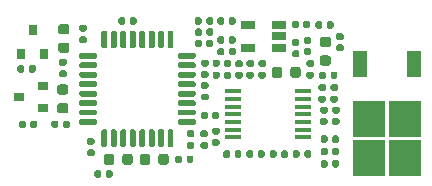
<source format=gtp>
G04 #@! TF.GenerationSoftware,KiCad,Pcbnew,(6.0.5)*
G04 #@! TF.CreationDate,2022-06-19T11:04:54+03:00*
G04 #@! TF.ProjectId,hellen1-wbo,68656c6c-656e-4312-9d77-626f2e6b6963,0.3*
G04 #@! TF.SameCoordinates,PX4a19ba0PY5aa5910*
G04 #@! TF.FileFunction,Paste,Top*
G04 #@! TF.FilePolarity,Positive*
%FSLAX46Y46*%
G04 Gerber Fmt 4.6, Leading zero omitted, Abs format (unit mm)*
G04 Created by KiCad (PCBNEW (6.0.5)) date 2022-06-19 11:04:54*
%MOMM*%
%LPD*%
G01*
G04 APERTURE LIST*
%ADD10R,2.750000X3.050000*%
%ADD11R,1.200000X2.200000*%
%ADD12R,0.900000X0.800000*%
%ADD13R,1.450000X0.450000*%
%ADD14R,1.220000X0.650000*%
%ADD15R,0.800000X0.900000*%
G04 APERTURE END LIST*
D10*
G04 #@! TO.C,Q600*
X34225000Y5775000D03*
X31175000Y5775000D03*
X34225000Y2425000D03*
X31175000Y2425000D03*
D11*
X34980000Y10400000D03*
X30420000Y10400000D03*
G04 #@! TD*
G04 #@! TO.C,C612*
G36*
G01*
X17422500Y9220000D02*
X17077500Y9220000D01*
G75*
G02*
X16930000Y9367500I0J147500D01*
G01*
X16930000Y9662500D01*
G75*
G02*
X17077500Y9810000I147500J0D01*
G01*
X17422500Y9810000D01*
G75*
G02*
X17570000Y9662500I0J-147500D01*
G01*
X17570000Y9367500D01*
G75*
G02*
X17422500Y9220000I-147500J0D01*
G01*
G37*
G36*
G01*
X17422500Y10190000D02*
X17077500Y10190000D01*
G75*
G02*
X16930000Y10337500I0J147500D01*
G01*
X16930000Y10632500D01*
G75*
G02*
X17077500Y10780000I147500J0D01*
G01*
X17422500Y10780000D01*
G75*
G02*
X17570000Y10632500I0J-147500D01*
G01*
X17570000Y10337500D01*
G75*
G02*
X17422500Y10190000I-147500J0D01*
G01*
G37*
G04 #@! TD*
G04 #@! TO.C,C605*
G36*
G01*
X26267500Y2957000D02*
X26267500Y2612000D01*
G75*
G02*
X26120000Y2464500I-147500J0D01*
G01*
X25825000Y2464500D01*
G75*
G02*
X25677500Y2612000I0J147500D01*
G01*
X25677500Y2957000D01*
G75*
G02*
X25825000Y3104500I147500J0D01*
G01*
X26120000Y3104500D01*
G75*
G02*
X26267500Y2957000I0J-147500D01*
G01*
G37*
G36*
G01*
X25297500Y2957000D02*
X25297500Y2612000D01*
G75*
G02*
X25150000Y2464500I-147500J0D01*
G01*
X24855000Y2464500D01*
G75*
G02*
X24707500Y2612000I0J147500D01*
G01*
X24707500Y2957000D01*
G75*
G02*
X24855000Y3104500I147500J0D01*
G01*
X25150000Y3104500D01*
G75*
G02*
X25297500Y2957000I0J-147500D01*
G01*
G37*
G04 #@! TD*
G04 #@! TO.C,C607*
G36*
G01*
X26930000Y9279500D02*
X26930000Y9624500D01*
G75*
G02*
X27077500Y9772000I147500J0D01*
G01*
X27372500Y9772000D01*
G75*
G02*
X27520000Y9624500I0J-147500D01*
G01*
X27520000Y9279500D01*
G75*
G02*
X27372500Y9132000I-147500J0D01*
G01*
X27077500Y9132000D01*
G75*
G02*
X26930000Y9279500I0J147500D01*
G01*
G37*
G36*
G01*
X27900000Y9279500D02*
X27900000Y9624500D01*
G75*
G02*
X28047500Y9772000I147500J0D01*
G01*
X28342500Y9772000D01*
G75*
G02*
X28490000Y9624500I0J-147500D01*
G01*
X28490000Y9279500D01*
G75*
G02*
X28342500Y9132000I-147500J0D01*
G01*
X28047500Y9132000D01*
G75*
G02*
X27900000Y9279500I0J147500D01*
G01*
G37*
G04 #@! TD*
G04 #@! TO.C,C613*
G36*
G01*
X1524000Y5118500D02*
X1524000Y5463500D01*
G75*
G02*
X1671500Y5611000I147500J0D01*
G01*
X1966500Y5611000D01*
G75*
G02*
X2114000Y5463500I0J-147500D01*
G01*
X2114000Y5118500D01*
G75*
G02*
X1966500Y4971000I-147500J0D01*
G01*
X1671500Y4971000D01*
G75*
G02*
X1524000Y5118500I0J147500D01*
G01*
G37*
G36*
G01*
X2494000Y5118500D02*
X2494000Y5463500D01*
G75*
G02*
X2641500Y5611000I147500J0D01*
G01*
X2936500Y5611000D01*
G75*
G02*
X3084000Y5463500I0J-147500D01*
G01*
X3084000Y5118500D01*
G75*
G02*
X2936500Y4971000I-147500J0D01*
G01*
X2641500Y4971000D01*
G75*
G02*
X2494000Y5118500I0J147500D01*
G01*
G37*
G04 #@! TD*
G04 #@! TO.C,C616*
G36*
G01*
X4968750Y8675000D02*
X5481250Y8675000D01*
G75*
G02*
X5700000Y8456250I0J-218750D01*
G01*
X5700000Y8018750D01*
G75*
G02*
X5481250Y7800000I-218750J0D01*
G01*
X4968750Y7800000D01*
G75*
G02*
X4750000Y8018750I0J218750D01*
G01*
X4750000Y8456250D01*
G75*
G02*
X4968750Y8675000I218750J0D01*
G01*
G37*
G36*
G01*
X4968750Y7100000D02*
X5481250Y7100000D01*
G75*
G02*
X5700000Y6881250I0J-218750D01*
G01*
X5700000Y6443750D01*
G75*
G02*
X5481250Y6225000I-218750J0D01*
G01*
X4968750Y6225000D01*
G75*
G02*
X4750000Y6443750I0J218750D01*
G01*
X4750000Y6881250D01*
G75*
G02*
X4968750Y7100000I218750J0D01*
G01*
G37*
G04 #@! TD*
G04 #@! TO.C,R609*
G36*
G01*
X22929000Y9449750D02*
X22929000Y9962250D01*
G75*
G02*
X23147750Y10181000I218750J0D01*
G01*
X23585250Y10181000D01*
G75*
G02*
X23804000Y9962250I0J-218750D01*
G01*
X23804000Y9449750D01*
G75*
G02*
X23585250Y9231000I-218750J0D01*
G01*
X23147750Y9231000D01*
G75*
G02*
X22929000Y9449750I0J218750D01*
G01*
G37*
G36*
G01*
X24504000Y9449750D02*
X24504000Y9962250D01*
G75*
G02*
X24722750Y10181000I218750J0D01*
G01*
X25160250Y10181000D01*
G75*
G02*
X25379000Y9962250I0J-218750D01*
G01*
X25379000Y9449750D01*
G75*
G02*
X25160250Y9231000I-218750J0D01*
G01*
X24722750Y9231000D01*
G75*
G02*
X24504000Y9449750I0J218750D01*
G01*
G37*
G04 #@! TD*
G04 #@! TO.C,R607*
G36*
G01*
X24299000Y2957000D02*
X24299000Y2612000D01*
G75*
G02*
X24151500Y2464500I-147500J0D01*
G01*
X23856500Y2464500D01*
G75*
G02*
X23709000Y2612000I0J147500D01*
G01*
X23709000Y2957000D01*
G75*
G02*
X23856500Y3104500I147500J0D01*
G01*
X24151500Y3104500D01*
G75*
G02*
X24299000Y2957000I0J-147500D01*
G01*
G37*
G36*
G01*
X23329000Y2957000D02*
X23329000Y2612000D01*
G75*
G02*
X23181500Y2464500I-147500J0D01*
G01*
X22886500Y2464500D01*
G75*
G02*
X22739000Y2612000I0J147500D01*
G01*
X22739000Y2957000D01*
G75*
G02*
X22886500Y3104500I147500J0D01*
G01*
X23181500Y3104500D01*
G75*
G02*
X23329000Y2957000I0J-147500D01*
G01*
G37*
G04 #@! TD*
G04 #@! TO.C,R601*
G36*
G01*
X27374500Y7148000D02*
X27029500Y7148000D01*
G75*
G02*
X26882000Y7295500I0J147500D01*
G01*
X26882000Y7590500D01*
G75*
G02*
X27029500Y7738000I147500J0D01*
G01*
X27374500Y7738000D01*
G75*
G02*
X27522000Y7590500I0J-147500D01*
G01*
X27522000Y7295500D01*
G75*
G02*
X27374500Y7148000I-147500J0D01*
G01*
G37*
G36*
G01*
X27374500Y8118000D02*
X27029500Y8118000D01*
G75*
G02*
X26882000Y8265500I0J147500D01*
G01*
X26882000Y8560500D01*
G75*
G02*
X27029500Y8708000I147500J0D01*
G01*
X27374500Y8708000D01*
G75*
G02*
X27522000Y8560500I0J-147500D01*
G01*
X27522000Y8265500D01*
G75*
G02*
X27374500Y8118000I-147500J0D01*
G01*
G37*
G04 #@! TD*
G04 #@! TO.C,R614*
G36*
G01*
X25777500Y12730000D02*
X26122500Y12730000D01*
G75*
G02*
X26270000Y12582500I0J-147500D01*
G01*
X26270000Y12287500D01*
G75*
G02*
X26122500Y12140000I-147500J0D01*
G01*
X25777500Y12140000D01*
G75*
G02*
X25630000Y12287500I0J147500D01*
G01*
X25630000Y12582500D01*
G75*
G02*
X25777500Y12730000I147500J0D01*
G01*
G37*
G36*
G01*
X25777500Y11760000D02*
X26122500Y11760000D01*
G75*
G02*
X26270000Y11612500I0J-147500D01*
G01*
X26270000Y11317500D01*
G75*
G02*
X26122500Y11170000I-147500J0D01*
G01*
X25777500Y11170000D01*
G75*
G02*
X25630000Y11317500I0J147500D01*
G01*
X25630000Y11612500D01*
G75*
G02*
X25777500Y11760000I147500J0D01*
G01*
G37*
G04 #@! TD*
G04 #@! TO.C,R615*
G36*
G01*
X24620000Y13577500D02*
X24620000Y13922500D01*
G75*
G02*
X24767500Y14070000I147500J0D01*
G01*
X25062500Y14070000D01*
G75*
G02*
X25210000Y13922500I0J-147500D01*
G01*
X25210000Y13577500D01*
G75*
G02*
X25062500Y13430000I-147500J0D01*
G01*
X24767500Y13430000D01*
G75*
G02*
X24620000Y13577500I0J147500D01*
G01*
G37*
G36*
G01*
X25590000Y13577500D02*
X25590000Y13922500D01*
G75*
G02*
X25737500Y14070000I147500J0D01*
G01*
X26032500Y14070000D01*
G75*
G02*
X26180000Y13922500I0J-147500D01*
G01*
X26180000Y13577500D01*
G75*
G02*
X26032500Y13430000I-147500J0D01*
G01*
X25737500Y13430000D01*
G75*
G02*
X25590000Y13577500I0J147500D01*
G01*
G37*
G04 #@! TD*
G04 #@! TO.C,R621*
G36*
G01*
X18320000Y13877500D02*
X18320000Y14222500D01*
G75*
G02*
X18467500Y14370000I147500J0D01*
G01*
X18762500Y14370000D01*
G75*
G02*
X18910000Y14222500I0J-147500D01*
G01*
X18910000Y13877500D01*
G75*
G02*
X18762500Y13730000I-147500J0D01*
G01*
X18467500Y13730000D01*
G75*
G02*
X18320000Y13877500I0J147500D01*
G01*
G37*
G36*
G01*
X19290000Y13877500D02*
X19290000Y14222500D01*
G75*
G02*
X19437500Y14370000I147500J0D01*
G01*
X19732500Y14370000D01*
G75*
G02*
X19880000Y14222500I0J-147500D01*
G01*
X19880000Y13877500D01*
G75*
G02*
X19732500Y13730000I-147500J0D01*
G01*
X19437500Y13730000D01*
G75*
G02*
X19290000Y13877500I0J147500D01*
G01*
G37*
G04 #@! TD*
G04 #@! TO.C,R619*
G36*
G01*
X22330500Y2957000D02*
X22330500Y2612000D01*
G75*
G02*
X22183000Y2464500I-147500J0D01*
G01*
X21888000Y2464500D01*
G75*
G02*
X21740500Y2612000I0J147500D01*
G01*
X21740500Y2957000D01*
G75*
G02*
X21888000Y3104500I147500J0D01*
G01*
X22183000Y3104500D01*
G75*
G02*
X22330500Y2957000I0J-147500D01*
G01*
G37*
G36*
G01*
X21360500Y2957000D02*
X21360500Y2612000D01*
G75*
G02*
X21213000Y2464500I-147500J0D01*
G01*
X20918000Y2464500D01*
G75*
G02*
X20770500Y2612000I0J147500D01*
G01*
X20770500Y2957000D01*
G75*
G02*
X20918000Y3104500I147500J0D01*
G01*
X21213000Y3104500D01*
G75*
G02*
X21360500Y2957000I0J-147500D01*
G01*
G37*
G04 #@! TD*
G04 #@! TO.C,R620*
G36*
G01*
X20362000Y2957000D02*
X20362000Y2612000D01*
G75*
G02*
X20214500Y2464500I-147500J0D01*
G01*
X19919500Y2464500D01*
G75*
G02*
X19772000Y2612000I0J147500D01*
G01*
X19772000Y2957000D01*
G75*
G02*
X19919500Y3104500I147500J0D01*
G01*
X20214500Y3104500D01*
G75*
G02*
X20362000Y2957000I0J-147500D01*
G01*
G37*
G36*
G01*
X19392000Y2957000D02*
X19392000Y2612000D01*
G75*
G02*
X19244500Y2464500I-147500J0D01*
G01*
X18949500Y2464500D01*
G75*
G02*
X18802000Y2612000I0J147500D01*
G01*
X18802000Y2957000D01*
G75*
G02*
X18949500Y3104500I147500J0D01*
G01*
X19244500Y3104500D01*
G75*
G02*
X19392000Y2957000I0J-147500D01*
G01*
G37*
G04 #@! TD*
G04 #@! TO.C,R606*
G36*
G01*
X26358500Y9180000D02*
X26013500Y9180000D01*
G75*
G02*
X25866000Y9327500I0J147500D01*
G01*
X25866000Y9622500D01*
G75*
G02*
X26013500Y9770000I147500J0D01*
G01*
X26358500Y9770000D01*
G75*
G02*
X26506000Y9622500I0J-147500D01*
G01*
X26506000Y9327500D01*
G75*
G02*
X26358500Y9180000I-147500J0D01*
G01*
G37*
G36*
G01*
X26358500Y10150000D02*
X26013500Y10150000D01*
G75*
G02*
X25866000Y10297500I0J147500D01*
G01*
X25866000Y10592500D01*
G75*
G02*
X26013500Y10740000I147500J0D01*
G01*
X26358500Y10740000D01*
G75*
G02*
X26506000Y10592500I0J-147500D01*
G01*
X26506000Y10297500D01*
G75*
G02*
X26358500Y10150000I-147500J0D01*
G01*
G37*
G04 #@! TD*
D12*
G04 #@! TO.C,U604*
X3558000Y6652400D03*
X3558000Y8552400D03*
X1558000Y7602400D03*
G04 #@! TD*
D13*
G04 #@! TO.C,U600*
X19680000Y8100000D03*
X19680000Y7450000D03*
X19680000Y6800000D03*
X19680000Y6150000D03*
X19680000Y5500000D03*
X19680000Y4850000D03*
X19680000Y4200000D03*
X25580000Y4200000D03*
X25580000Y4850000D03*
X25580000Y5500000D03*
X25580000Y6150000D03*
X25580000Y6800000D03*
X25580000Y7450000D03*
X25580000Y8100000D03*
G04 #@! TD*
G04 #@! TO.C,C600*
G36*
G01*
X28390500Y7148000D02*
X28045500Y7148000D01*
G75*
G02*
X27898000Y7295500I0J147500D01*
G01*
X27898000Y7590500D01*
G75*
G02*
X28045500Y7738000I147500J0D01*
G01*
X28390500Y7738000D01*
G75*
G02*
X28538000Y7590500I0J-147500D01*
G01*
X28538000Y7295500D01*
G75*
G02*
X28390500Y7148000I-147500J0D01*
G01*
G37*
G36*
G01*
X28390500Y8118000D02*
X28045500Y8118000D01*
G75*
G02*
X27898000Y8265500I0J147500D01*
G01*
X27898000Y8560500D01*
G75*
G02*
X28045500Y8708000I147500J0D01*
G01*
X28390500Y8708000D01*
G75*
G02*
X28538000Y8560500I0J-147500D01*
G01*
X28538000Y8265500D01*
G75*
G02*
X28390500Y8118000I-147500J0D01*
G01*
G37*
G04 #@! TD*
G04 #@! TO.C,C608*
G36*
G01*
X16420000Y12927500D02*
X16420000Y13272500D01*
G75*
G02*
X16567500Y13420000I147500J0D01*
G01*
X16862500Y13420000D01*
G75*
G02*
X17010000Y13272500I0J-147500D01*
G01*
X17010000Y12927500D01*
G75*
G02*
X16862500Y12780000I-147500J0D01*
G01*
X16567500Y12780000D01*
G75*
G02*
X16420000Y12927500I0J147500D01*
G01*
G37*
G36*
G01*
X17390000Y12927500D02*
X17390000Y13272500D01*
G75*
G02*
X17537500Y13420000I147500J0D01*
G01*
X17832500Y13420000D01*
G75*
G02*
X17980000Y13272500I0J-147500D01*
G01*
X17980000Y12927500D01*
G75*
G02*
X17832500Y12780000I-147500J0D01*
G01*
X17537500Y12780000D01*
G75*
G02*
X17390000Y12927500I0J147500D01*
G01*
G37*
G04 #@! TD*
G04 #@! TO.C,R624*
G36*
G01*
X17980000Y14222500D02*
X17980000Y13877500D01*
G75*
G02*
X17832500Y13730000I-147500J0D01*
G01*
X17537500Y13730000D01*
G75*
G02*
X17390000Y13877500I0J147500D01*
G01*
X17390000Y14222500D01*
G75*
G02*
X17537500Y14370000I147500J0D01*
G01*
X17832500Y14370000D01*
G75*
G02*
X17980000Y14222500I0J-147500D01*
G01*
G37*
G36*
G01*
X17010000Y14222500D02*
X17010000Y13877500D01*
G75*
G02*
X16862500Y13730000I-147500J0D01*
G01*
X16567500Y13730000D01*
G75*
G02*
X16420000Y13877500I0J147500D01*
G01*
X16420000Y14222500D01*
G75*
G02*
X16567500Y14370000I147500J0D01*
G01*
X16862500Y14370000D01*
G75*
G02*
X17010000Y14222500I0J-147500D01*
G01*
G37*
G04 #@! TD*
G04 #@! TO.C,C611*
G36*
G01*
X17077500Y8880000D02*
X17422500Y8880000D01*
G75*
G02*
X17570000Y8732500I0J-147500D01*
G01*
X17570000Y8437500D01*
G75*
G02*
X17422500Y8290000I-147500J0D01*
G01*
X17077500Y8290000D01*
G75*
G02*
X16930000Y8437500I0J147500D01*
G01*
X16930000Y8732500D01*
G75*
G02*
X17077500Y8880000I147500J0D01*
G01*
G37*
G36*
G01*
X17077500Y7910000D02*
X17422500Y7910000D01*
G75*
G02*
X17570000Y7762500I0J-147500D01*
G01*
X17570000Y7467500D01*
G75*
G02*
X17422500Y7320000I-147500J0D01*
G01*
X17077500Y7320000D01*
G75*
G02*
X16930000Y7467500I0J147500D01*
G01*
X16930000Y7762500D01*
G75*
G02*
X17077500Y7910000I147500J0D01*
G01*
G37*
G04 #@! TD*
G04 #@! TO.C,R622*
G36*
G01*
X28872500Y11470000D02*
X28527500Y11470000D01*
G75*
G02*
X28380000Y11617500I0J147500D01*
G01*
X28380000Y11912500D01*
G75*
G02*
X28527500Y12060000I147500J0D01*
G01*
X28872500Y12060000D01*
G75*
G02*
X29020000Y11912500I0J-147500D01*
G01*
X29020000Y11617500D01*
G75*
G02*
X28872500Y11470000I-147500J0D01*
G01*
G37*
G36*
G01*
X28872500Y12440000D02*
X28527500Y12440000D01*
G75*
G02*
X28380000Y12587500I0J147500D01*
G01*
X28380000Y12882500D01*
G75*
G02*
X28527500Y13030000I147500J0D01*
G01*
X28872500Y13030000D01*
G75*
G02*
X29020000Y12882500I0J-147500D01*
G01*
X29020000Y12587500D01*
G75*
G02*
X28872500Y12440000I-147500J0D01*
G01*
G37*
G04 #@! TD*
G04 #@! TO.C,R617*
G36*
G01*
X9935000Y13877500D02*
X9935000Y14222500D01*
G75*
G02*
X10082500Y14370000I147500J0D01*
G01*
X10377500Y14370000D01*
G75*
G02*
X10525000Y14222500I0J-147500D01*
G01*
X10525000Y13877500D01*
G75*
G02*
X10377500Y13730000I-147500J0D01*
G01*
X10082500Y13730000D01*
G75*
G02*
X9935000Y13877500I0J147500D01*
G01*
G37*
G36*
G01*
X10905000Y13877500D02*
X10905000Y14222500D01*
G75*
G02*
X11052500Y14370000I147500J0D01*
G01*
X11347500Y14370000D01*
G75*
G02*
X11495000Y14222500I0J-147500D01*
G01*
X11495000Y13877500D01*
G75*
G02*
X11347500Y13730000I-147500J0D01*
G01*
X11052500Y13730000D01*
G75*
G02*
X10905000Y13877500I0J147500D01*
G01*
G37*
G04 #@! TD*
G04 #@! TO.C,C614*
G36*
G01*
X15877500Y4780000D02*
X16222500Y4780000D01*
G75*
G02*
X16370000Y4632500I0J-147500D01*
G01*
X16370000Y4337500D01*
G75*
G02*
X16222500Y4190000I-147500J0D01*
G01*
X15877500Y4190000D01*
G75*
G02*
X15730000Y4337500I0J147500D01*
G01*
X15730000Y4632500D01*
G75*
G02*
X15877500Y4780000I147500J0D01*
G01*
G37*
G36*
G01*
X15877500Y3810000D02*
X16222500Y3810000D01*
G75*
G02*
X16370000Y3662500I0J-147500D01*
G01*
X16370000Y3367500D01*
G75*
G02*
X16222500Y3220000I-147500J0D01*
G01*
X15877500Y3220000D01*
G75*
G02*
X15730000Y3367500I0J147500D01*
G01*
X15730000Y3662500D01*
G75*
G02*
X15877500Y3810000I147500J0D01*
G01*
G37*
G04 #@! TD*
G04 #@! TO.C,C615*
G36*
G01*
X7122500Y12170000D02*
X6777500Y12170000D01*
G75*
G02*
X6630000Y12317500I0J147500D01*
G01*
X6630000Y12612500D01*
G75*
G02*
X6777500Y12760000I147500J0D01*
G01*
X7122500Y12760000D01*
G75*
G02*
X7270000Y12612500I0J-147500D01*
G01*
X7270000Y12317500D01*
G75*
G02*
X7122500Y12170000I-147500J0D01*
G01*
G37*
G36*
G01*
X7122500Y13140000D02*
X6777500Y13140000D01*
G75*
G02*
X6630000Y13287500I0J147500D01*
G01*
X6630000Y13582500D01*
G75*
G02*
X6777500Y13730000I147500J0D01*
G01*
X7122500Y13730000D01*
G75*
G02*
X7270000Y13582500I0J-147500D01*
G01*
X7270000Y13287500D01*
G75*
G02*
X7122500Y13140000I-147500J0D01*
G01*
G37*
G04 #@! TD*
G04 #@! TO.C,R612*
G36*
G01*
X27055000Y1777500D02*
X27055000Y2122500D01*
G75*
G02*
X27202500Y2270000I147500J0D01*
G01*
X27497500Y2270000D01*
G75*
G02*
X27645000Y2122500I0J-147500D01*
G01*
X27645000Y1777500D01*
G75*
G02*
X27497500Y1630000I-147500J0D01*
G01*
X27202500Y1630000D01*
G75*
G02*
X27055000Y1777500I0J147500D01*
G01*
G37*
G36*
G01*
X28025000Y1777500D02*
X28025000Y2122500D01*
G75*
G02*
X28172500Y2270000I147500J0D01*
G01*
X28467500Y2270000D01*
G75*
G02*
X28615000Y2122500I0J-147500D01*
G01*
X28615000Y1777500D01*
G75*
G02*
X28467500Y1630000I-147500J0D01*
G01*
X28172500Y1630000D01*
G75*
G02*
X28025000Y1777500I0J147500D01*
G01*
G37*
G04 #@! TD*
G04 #@! TO.C,R618*
G36*
G01*
X17372500Y3220000D02*
X17027500Y3220000D01*
G75*
G02*
X16880000Y3367500I0J147500D01*
G01*
X16880000Y3662500D01*
G75*
G02*
X17027500Y3810000I147500J0D01*
G01*
X17372500Y3810000D01*
G75*
G02*
X17520000Y3662500I0J-147500D01*
G01*
X17520000Y3367500D01*
G75*
G02*
X17372500Y3220000I-147500J0D01*
G01*
G37*
G36*
G01*
X17372500Y4190000D02*
X17027500Y4190000D01*
G75*
G02*
X16880000Y4337500I0J147500D01*
G01*
X16880000Y4632500D01*
G75*
G02*
X17027500Y4780000I147500J0D01*
G01*
X17372500Y4780000D01*
G75*
G02*
X17520000Y4632500I0J-147500D01*
G01*
X17520000Y4337500D01*
G75*
G02*
X17372500Y4190000I-147500J0D01*
G01*
G37*
G04 #@! TD*
G04 #@! TO.C,R616*
G36*
G01*
X26605000Y13527500D02*
X26605000Y13872500D01*
G75*
G02*
X26752500Y14020000I147500J0D01*
G01*
X27047500Y14020000D01*
G75*
G02*
X27195000Y13872500I0J-147500D01*
G01*
X27195000Y13527500D01*
G75*
G02*
X27047500Y13380000I-147500J0D01*
G01*
X26752500Y13380000D01*
G75*
G02*
X26605000Y13527500I0J147500D01*
G01*
G37*
G36*
G01*
X27575000Y13527500D02*
X27575000Y13872500D01*
G75*
G02*
X27722500Y14020000I147500J0D01*
G01*
X28017500Y14020000D01*
G75*
G02*
X28165000Y13872500I0J-147500D01*
G01*
X28165000Y13527500D01*
G75*
G02*
X28017500Y13380000I-147500J0D01*
G01*
X27722500Y13380000D01*
G75*
G02*
X27575000Y13527500I0J147500D01*
G01*
G37*
G04 #@! TD*
G04 #@! TO.C,R623*
G36*
G01*
X18012500Y5025000D02*
X18357500Y5025000D01*
G75*
G02*
X18505000Y4877500I0J-147500D01*
G01*
X18505000Y4582500D01*
G75*
G02*
X18357500Y4435000I-147500J0D01*
G01*
X18012500Y4435000D01*
G75*
G02*
X17865000Y4582500I0J147500D01*
G01*
X17865000Y4877500D01*
G75*
G02*
X18012500Y5025000I147500J0D01*
G01*
G37*
G36*
G01*
X18012500Y4055000D02*
X18357500Y4055000D01*
G75*
G02*
X18505000Y3907500I0J-147500D01*
G01*
X18505000Y3612500D01*
G75*
G02*
X18357500Y3465000I-147500J0D01*
G01*
X18012500Y3465000D01*
G75*
G02*
X17865000Y3612500I0J147500D01*
G01*
X17865000Y3907500D01*
G75*
G02*
X18012500Y4055000I147500J0D01*
G01*
G37*
G04 #@! TD*
G04 #@! TO.C,R625*
G36*
G01*
X4270000Y5127500D02*
X4270000Y5472500D01*
G75*
G02*
X4417500Y5620000I147500J0D01*
G01*
X4712500Y5620000D01*
G75*
G02*
X4860000Y5472500I0J-147500D01*
G01*
X4860000Y5127500D01*
G75*
G02*
X4712500Y4980000I-147500J0D01*
G01*
X4417500Y4980000D01*
G75*
G02*
X4270000Y5127500I0J147500D01*
G01*
G37*
G36*
G01*
X5240000Y5127500D02*
X5240000Y5472500D01*
G75*
G02*
X5387500Y5620000I147500J0D01*
G01*
X5682500Y5620000D01*
G75*
G02*
X5830000Y5472500I0J-147500D01*
G01*
X5830000Y5127500D01*
G75*
G02*
X5682500Y4980000I-147500J0D01*
G01*
X5387500Y4980000D01*
G75*
G02*
X5240000Y5127500I0J147500D01*
G01*
G37*
G04 #@! TD*
G04 #@! TO.C,D601*
G36*
G01*
X14203000Y2596250D02*
X14203000Y2083750D01*
G75*
G02*
X13984250Y1865000I-218750J0D01*
G01*
X13546750Y1865000D01*
G75*
G02*
X13328000Y2083750I0J218750D01*
G01*
X13328000Y2596250D01*
G75*
G02*
X13546750Y2815000I218750J0D01*
G01*
X13984250Y2815000D01*
G75*
G02*
X14203000Y2596250I0J-218750D01*
G01*
G37*
G36*
G01*
X12628000Y2596250D02*
X12628000Y2083750D01*
G75*
G02*
X12409250Y1865000I-218750J0D01*
G01*
X11971750Y1865000D01*
G75*
G02*
X11753000Y2083750I0J218750D01*
G01*
X11753000Y2596250D01*
G75*
G02*
X11971750Y2815000I218750J0D01*
G01*
X12409250Y2815000D01*
G75*
G02*
X12628000Y2596250I0J-218750D01*
G01*
G37*
G04 #@! TD*
G04 #@! TO.C,R626*
G36*
G01*
X16298000Y2512500D02*
X16298000Y2167500D01*
G75*
G02*
X16150500Y2020000I-147500J0D01*
G01*
X15855500Y2020000D01*
G75*
G02*
X15708000Y2167500I0J147500D01*
G01*
X15708000Y2512500D01*
G75*
G02*
X15855500Y2660000I147500J0D01*
G01*
X16150500Y2660000D01*
G75*
G02*
X16298000Y2512500I0J-147500D01*
G01*
G37*
G36*
G01*
X15328000Y2512500D02*
X15328000Y2167500D01*
G75*
G02*
X15180500Y2020000I-147500J0D01*
G01*
X14885500Y2020000D01*
G75*
G02*
X14738000Y2167500I0J147500D01*
G01*
X14738000Y2512500D01*
G75*
G02*
X14885500Y2660000I147500J0D01*
G01*
X15180500Y2660000D01*
G75*
G02*
X15328000Y2512500I0J-147500D01*
G01*
G37*
G04 #@! TD*
G04 #@! TO.C,R604*
G36*
G01*
X19473000Y9624500D02*
X19473000Y9279500D01*
G75*
G02*
X19325500Y9132000I-147500J0D01*
G01*
X19030500Y9132000D01*
G75*
G02*
X18883000Y9279500I0J147500D01*
G01*
X18883000Y9624500D01*
G75*
G02*
X19030500Y9772000I147500J0D01*
G01*
X19325500Y9772000D01*
G75*
G02*
X19473000Y9624500I0J-147500D01*
G01*
G37*
G36*
G01*
X18503000Y9624500D02*
X18503000Y9279500D01*
G75*
G02*
X18355500Y9132000I-147500J0D01*
G01*
X18060500Y9132000D01*
G75*
G02*
X17913000Y9279500I0J147500D01*
G01*
X17913000Y9624500D01*
G75*
G02*
X18060500Y9772000I147500J0D01*
G01*
X18355500Y9772000D01*
G75*
G02*
X18503000Y9624500I0J-147500D01*
G01*
G37*
G04 #@! TD*
G04 #@! TO.C,R605*
G36*
G01*
X20933500Y10740000D02*
X21278500Y10740000D01*
G75*
G02*
X21426000Y10592500I0J-147500D01*
G01*
X21426000Y10297500D01*
G75*
G02*
X21278500Y10150000I-147500J0D01*
G01*
X20933500Y10150000D01*
G75*
G02*
X20786000Y10297500I0J147500D01*
G01*
X20786000Y10592500D01*
G75*
G02*
X20933500Y10740000I147500J0D01*
G01*
G37*
G36*
G01*
X20933500Y9770000D02*
X21278500Y9770000D01*
G75*
G02*
X21426000Y9622500I0J-147500D01*
G01*
X21426000Y9327500D01*
G75*
G02*
X21278500Y9180000I-147500J0D01*
G01*
X20933500Y9180000D01*
G75*
G02*
X20786000Y9327500I0J147500D01*
G01*
X20786000Y9622500D01*
G75*
G02*
X20933500Y9770000I147500J0D01*
G01*
G37*
G04 #@! TD*
G04 #@! TO.C,R608*
G36*
G01*
X19977500Y10740000D02*
X20322500Y10740000D01*
G75*
G02*
X20470000Y10592500I0J-147500D01*
G01*
X20470000Y10297500D01*
G75*
G02*
X20322500Y10150000I-147500J0D01*
G01*
X19977500Y10150000D01*
G75*
G02*
X19830000Y10297500I0J147500D01*
G01*
X19830000Y10592500D01*
G75*
G02*
X19977500Y10740000I147500J0D01*
G01*
G37*
G36*
G01*
X19977500Y9770000D02*
X20322500Y9770000D01*
G75*
G02*
X20470000Y9622500I0J-147500D01*
G01*
X20470000Y9327500D01*
G75*
G02*
X20322500Y9180000I-147500J0D01*
G01*
X19977500Y9180000D01*
G75*
G02*
X19830000Y9327500I0J147500D01*
G01*
X19830000Y9622500D01*
G75*
G02*
X19977500Y9770000I147500J0D01*
G01*
G37*
G04 #@! TD*
G04 #@! TO.C,C603*
G36*
G01*
X19473000Y10640500D02*
X19473000Y10295500D01*
G75*
G02*
X19325500Y10148000I-147500J0D01*
G01*
X19030500Y10148000D01*
G75*
G02*
X18883000Y10295500I0J147500D01*
G01*
X18883000Y10640500D01*
G75*
G02*
X19030500Y10788000I147500J0D01*
G01*
X19325500Y10788000D01*
G75*
G02*
X19473000Y10640500I0J-147500D01*
G01*
G37*
G36*
G01*
X18503000Y10640500D02*
X18503000Y10295500D01*
G75*
G02*
X18355500Y10148000I-147500J0D01*
G01*
X18060500Y10148000D01*
G75*
G02*
X17913000Y10295500I0J147500D01*
G01*
X17913000Y10640500D01*
G75*
G02*
X18060500Y10788000I147500J0D01*
G01*
X18355500Y10788000D01*
G75*
G02*
X18503000Y10640500I0J-147500D01*
G01*
G37*
G04 #@! TD*
D14*
G04 #@! TO.C,U601*
X23560000Y11800000D03*
X23560000Y12750000D03*
X23560000Y13700000D03*
X20940000Y13700000D03*
X20940000Y11800000D03*
G04 #@! TD*
G04 #@! TO.C,R603*
G36*
G01*
X21949500Y10740000D02*
X22294500Y10740000D01*
G75*
G02*
X22442000Y10592500I0J-147500D01*
G01*
X22442000Y10297500D01*
G75*
G02*
X22294500Y10150000I-147500J0D01*
G01*
X21949500Y10150000D01*
G75*
G02*
X21802000Y10297500I0J147500D01*
G01*
X21802000Y10592500D01*
G75*
G02*
X21949500Y10740000I147500J0D01*
G01*
G37*
G36*
G01*
X21949500Y9770000D02*
X22294500Y9770000D01*
G75*
G02*
X22442000Y9622500I0J-147500D01*
G01*
X22442000Y9327500D01*
G75*
G02*
X22294500Y9180000I-147500J0D01*
G01*
X21949500Y9180000D01*
G75*
G02*
X21802000Y9327500I0J147500D01*
G01*
X21802000Y9622500D01*
G75*
G02*
X21949500Y9770000I147500J0D01*
G01*
G37*
G04 #@! TD*
G04 #@! TO.C,R613*
G36*
G01*
X24777500Y12530000D02*
X25122500Y12530000D01*
G75*
G02*
X25270000Y12382500I0J-147500D01*
G01*
X25270000Y12087500D01*
G75*
G02*
X25122500Y11940000I-147500J0D01*
G01*
X24777500Y11940000D01*
G75*
G02*
X24630000Y12087500I0J147500D01*
G01*
X24630000Y12382500D01*
G75*
G02*
X24777500Y12530000I147500J0D01*
G01*
G37*
G36*
G01*
X24777500Y11560000D02*
X25122500Y11560000D01*
G75*
G02*
X25270000Y11412500I0J-147500D01*
G01*
X25270000Y11117500D01*
G75*
G02*
X25122500Y10970000I-147500J0D01*
G01*
X24777500Y10970000D01*
G75*
G02*
X24630000Y11117500I0J147500D01*
G01*
X24630000Y11412500D01*
G75*
G02*
X24777500Y11560000I147500J0D01*
G01*
G37*
G04 #@! TD*
G04 #@! TO.C,C601*
G36*
G01*
X28172500Y6803000D02*
X28517500Y6803000D01*
G75*
G02*
X28665000Y6655500I0J-147500D01*
G01*
X28665000Y6360500D01*
G75*
G02*
X28517500Y6213000I-147500J0D01*
G01*
X28172500Y6213000D01*
G75*
G02*
X28025000Y6360500I0J147500D01*
G01*
X28025000Y6655500D01*
G75*
G02*
X28172500Y6803000I147500J0D01*
G01*
G37*
G36*
G01*
X28172500Y5833000D02*
X28517500Y5833000D01*
G75*
G02*
X28665000Y5685500I0J-147500D01*
G01*
X28665000Y5390500D01*
G75*
G02*
X28517500Y5243000I-147500J0D01*
G01*
X28172500Y5243000D01*
G75*
G02*
X28025000Y5390500I0J147500D01*
G01*
X28025000Y5685500D01*
G75*
G02*
X28172500Y5833000I147500J0D01*
G01*
G37*
G04 #@! TD*
G04 #@! TO.C,D600*
G36*
G01*
X27712250Y10259000D02*
X27199750Y10259000D01*
G75*
G02*
X26981000Y10477750I0J218750D01*
G01*
X26981000Y10915250D01*
G75*
G02*
X27199750Y11134000I218750J0D01*
G01*
X27712250Y11134000D01*
G75*
G02*
X27931000Y10915250I0J-218750D01*
G01*
X27931000Y10477750D01*
G75*
G02*
X27712250Y10259000I-218750J0D01*
G01*
G37*
G36*
G01*
X27712250Y11834000D02*
X27199750Y11834000D01*
G75*
G02*
X26981000Y12052750I0J218750D01*
G01*
X26981000Y12490250D01*
G75*
G02*
X27199750Y12709000I218750J0D01*
G01*
X27712250Y12709000D01*
G75*
G02*
X27931000Y12490250I0J-218750D01*
G01*
X27931000Y12052750D01*
G75*
G02*
X27712250Y11834000I-218750J0D01*
G01*
G37*
G04 #@! TD*
G04 #@! TO.C,R610*
G36*
G01*
X27055000Y3877500D02*
X27055000Y4222500D01*
G75*
G02*
X27202500Y4370000I147500J0D01*
G01*
X27497500Y4370000D01*
G75*
G02*
X27645000Y4222500I0J-147500D01*
G01*
X27645000Y3877500D01*
G75*
G02*
X27497500Y3730000I-147500J0D01*
G01*
X27202500Y3730000D01*
G75*
G02*
X27055000Y3877500I0J147500D01*
G01*
G37*
G36*
G01*
X28025000Y3877500D02*
X28025000Y4222500D01*
G75*
G02*
X28172500Y4370000I147500J0D01*
G01*
X28467500Y4370000D01*
G75*
G02*
X28615000Y4222500I0J-147500D01*
G01*
X28615000Y3877500D01*
G75*
G02*
X28467500Y3730000I-147500J0D01*
G01*
X28172500Y3730000D01*
G75*
G02*
X28025000Y3877500I0J147500D01*
G01*
G37*
G04 #@! TD*
G04 #@! TO.C,R611*
G36*
G01*
X28615000Y3172500D02*
X28615000Y2827500D01*
G75*
G02*
X28467500Y2680000I-147500J0D01*
G01*
X28172500Y2680000D01*
G75*
G02*
X28025000Y2827500I0J147500D01*
G01*
X28025000Y3172500D01*
G75*
G02*
X28172500Y3320000I147500J0D01*
G01*
X28467500Y3320000D01*
G75*
G02*
X28615000Y3172500I0J-147500D01*
G01*
G37*
G36*
G01*
X27645000Y3172500D02*
X27645000Y2827500D01*
G75*
G02*
X27497500Y2680000I-147500J0D01*
G01*
X27202500Y2680000D01*
G75*
G02*
X27055000Y2827500I0J147500D01*
G01*
X27055000Y3172500D01*
G75*
G02*
X27202500Y3320000I147500J0D01*
G01*
X27497500Y3320000D01*
G75*
G02*
X27645000Y3172500I0J-147500D01*
G01*
G37*
G04 #@! TD*
G04 #@! TO.C,D602*
G36*
G01*
X8705000Y2083750D02*
X8705000Y2596250D01*
G75*
G02*
X8923750Y2815000I218750J0D01*
G01*
X9361250Y2815000D01*
G75*
G02*
X9580000Y2596250I0J-218750D01*
G01*
X9580000Y2083750D01*
G75*
G02*
X9361250Y1865000I-218750J0D01*
G01*
X8923750Y1865000D01*
G75*
G02*
X8705000Y2083750I0J218750D01*
G01*
G37*
G36*
G01*
X10280000Y2083750D02*
X10280000Y2596250D01*
G75*
G02*
X10498750Y2815000I218750J0D01*
G01*
X10936250Y2815000D01*
G75*
G02*
X11155000Y2596250I0J-218750D01*
G01*
X11155000Y2083750D01*
G75*
G02*
X10936250Y1865000I-218750J0D01*
G01*
X10498750Y1865000D01*
G75*
G02*
X10280000Y2083750I0J218750D01*
G01*
G37*
G04 #@! TD*
G04 #@! TO.C,R627*
G36*
G01*
X7885000Y927500D02*
X7885000Y1272500D01*
G75*
G02*
X8032500Y1420000I147500J0D01*
G01*
X8327500Y1420000D01*
G75*
G02*
X8475000Y1272500I0J-147500D01*
G01*
X8475000Y927500D01*
G75*
G02*
X8327500Y780000I-147500J0D01*
G01*
X8032500Y780000D01*
G75*
G02*
X7885000Y927500I0J147500D01*
G01*
G37*
G36*
G01*
X8855000Y927500D02*
X8855000Y1272500D01*
G75*
G02*
X9002500Y1420000I147500J0D01*
G01*
X9297500Y1420000D01*
G75*
G02*
X9445000Y1272500I0J-147500D01*
G01*
X9445000Y927500D01*
G75*
G02*
X9297500Y780000I-147500J0D01*
G01*
X9002500Y780000D01*
G75*
G02*
X8855000Y927500I0J147500D01*
G01*
G37*
G04 #@! TD*
G04 #@! TO.C,C602*
G36*
G01*
X19880000Y11622500D02*
X19880000Y11277500D01*
G75*
G02*
X19732500Y11130000I-147500J0D01*
G01*
X19437500Y11130000D01*
G75*
G02*
X19290000Y11277500I0J147500D01*
G01*
X19290000Y11622500D01*
G75*
G02*
X19437500Y11770000I147500J0D01*
G01*
X19732500Y11770000D01*
G75*
G02*
X19880000Y11622500I0J-147500D01*
G01*
G37*
G36*
G01*
X18910000Y11622500D02*
X18910000Y11277500D01*
G75*
G02*
X18762500Y11130000I-147500J0D01*
G01*
X18467500Y11130000D01*
G75*
G02*
X18320000Y11277500I0J147500D01*
G01*
X18320000Y11622500D01*
G75*
G02*
X18467500Y11770000I147500J0D01*
G01*
X18762500Y11770000D01*
G75*
G02*
X18910000Y11622500I0J-147500D01*
G01*
G37*
G04 #@! TD*
G04 #@! TO.C,U602*
G36*
G01*
X16475000Y5625000D02*
X16475000Y5375000D01*
G75*
G02*
X16350000Y5250000I-125000J0D01*
G01*
X15100000Y5250000D01*
G75*
G02*
X14975000Y5375000I0J125000D01*
G01*
X14975000Y5625000D01*
G75*
G02*
X15100000Y5750000I125000J0D01*
G01*
X16350000Y5750000D01*
G75*
G02*
X16475000Y5625000I0J-125000D01*
G01*
G37*
G36*
G01*
X16475000Y6425000D02*
X16475000Y6175000D01*
G75*
G02*
X16350000Y6050000I-125000J0D01*
G01*
X15100000Y6050000D01*
G75*
G02*
X14975000Y6175000I0J125000D01*
G01*
X14975000Y6425000D01*
G75*
G02*
X15100000Y6550000I125000J0D01*
G01*
X16350000Y6550000D01*
G75*
G02*
X16475000Y6425000I0J-125000D01*
G01*
G37*
G36*
G01*
X16475000Y7225000D02*
X16475000Y6975000D01*
G75*
G02*
X16350000Y6850000I-125000J0D01*
G01*
X15100000Y6850000D01*
G75*
G02*
X14975000Y6975000I0J125000D01*
G01*
X14975000Y7225000D01*
G75*
G02*
X15100000Y7350000I125000J0D01*
G01*
X16350000Y7350000D01*
G75*
G02*
X16475000Y7225000I0J-125000D01*
G01*
G37*
G36*
G01*
X16475000Y8025000D02*
X16475000Y7775000D01*
G75*
G02*
X16350000Y7650000I-125000J0D01*
G01*
X15100000Y7650000D01*
G75*
G02*
X14975000Y7775000I0J125000D01*
G01*
X14975000Y8025000D01*
G75*
G02*
X15100000Y8150000I125000J0D01*
G01*
X16350000Y8150000D01*
G75*
G02*
X16475000Y8025000I0J-125000D01*
G01*
G37*
G36*
G01*
X16475000Y8825000D02*
X16475000Y8575000D01*
G75*
G02*
X16350000Y8450000I-125000J0D01*
G01*
X15100000Y8450000D01*
G75*
G02*
X14975000Y8575000I0J125000D01*
G01*
X14975000Y8825000D01*
G75*
G02*
X15100000Y8950000I125000J0D01*
G01*
X16350000Y8950000D01*
G75*
G02*
X16475000Y8825000I0J-125000D01*
G01*
G37*
G36*
G01*
X16475000Y9625000D02*
X16475000Y9375000D01*
G75*
G02*
X16350000Y9250000I-125000J0D01*
G01*
X15100000Y9250000D01*
G75*
G02*
X14975000Y9375000I0J125000D01*
G01*
X14975000Y9625000D01*
G75*
G02*
X15100000Y9750000I125000J0D01*
G01*
X16350000Y9750000D01*
G75*
G02*
X16475000Y9625000I0J-125000D01*
G01*
G37*
G36*
G01*
X16475000Y10425000D02*
X16475000Y10175000D01*
G75*
G02*
X16350000Y10050000I-125000J0D01*
G01*
X15100000Y10050000D01*
G75*
G02*
X14975000Y10175000I0J125000D01*
G01*
X14975000Y10425000D01*
G75*
G02*
X15100000Y10550000I125000J0D01*
G01*
X16350000Y10550000D01*
G75*
G02*
X16475000Y10425000I0J-125000D01*
G01*
G37*
G36*
G01*
X16475000Y11225000D02*
X16475000Y10975000D01*
G75*
G02*
X16350000Y10850000I-125000J0D01*
G01*
X15100000Y10850000D01*
G75*
G02*
X14975000Y10975000I0J125000D01*
G01*
X14975000Y11225000D01*
G75*
G02*
X15100000Y11350000I125000J0D01*
G01*
X16350000Y11350000D01*
G75*
G02*
X16475000Y11225000I0J-125000D01*
G01*
G37*
G36*
G01*
X14600000Y13100000D02*
X14600000Y11850000D01*
G75*
G02*
X14475000Y11725000I-125000J0D01*
G01*
X14225000Y11725000D01*
G75*
G02*
X14100000Y11850000I0J125000D01*
G01*
X14100000Y13100000D01*
G75*
G02*
X14225000Y13225000I125000J0D01*
G01*
X14475000Y13225000D01*
G75*
G02*
X14600000Y13100000I0J-125000D01*
G01*
G37*
G36*
G01*
X13800000Y13100000D02*
X13800000Y11850000D01*
G75*
G02*
X13675000Y11725000I-125000J0D01*
G01*
X13425000Y11725000D01*
G75*
G02*
X13300000Y11850000I0J125000D01*
G01*
X13300000Y13100000D01*
G75*
G02*
X13425000Y13225000I125000J0D01*
G01*
X13675000Y13225000D01*
G75*
G02*
X13800000Y13100000I0J-125000D01*
G01*
G37*
G36*
G01*
X13000000Y13100000D02*
X13000000Y11850000D01*
G75*
G02*
X12875000Y11725000I-125000J0D01*
G01*
X12625000Y11725000D01*
G75*
G02*
X12500000Y11850000I0J125000D01*
G01*
X12500000Y13100000D01*
G75*
G02*
X12625000Y13225000I125000J0D01*
G01*
X12875000Y13225000D01*
G75*
G02*
X13000000Y13100000I0J-125000D01*
G01*
G37*
G36*
G01*
X12200000Y13100000D02*
X12200000Y11850000D01*
G75*
G02*
X12075000Y11725000I-125000J0D01*
G01*
X11825000Y11725000D01*
G75*
G02*
X11700000Y11850000I0J125000D01*
G01*
X11700000Y13100000D01*
G75*
G02*
X11825000Y13225000I125000J0D01*
G01*
X12075000Y13225000D01*
G75*
G02*
X12200000Y13100000I0J-125000D01*
G01*
G37*
G36*
G01*
X11400000Y13100000D02*
X11400000Y11850000D01*
G75*
G02*
X11275000Y11725000I-125000J0D01*
G01*
X11025000Y11725000D01*
G75*
G02*
X10900000Y11850000I0J125000D01*
G01*
X10900000Y13100000D01*
G75*
G02*
X11025000Y13225000I125000J0D01*
G01*
X11275000Y13225000D01*
G75*
G02*
X11400000Y13100000I0J-125000D01*
G01*
G37*
G36*
G01*
X10600000Y13100000D02*
X10600000Y11850000D01*
G75*
G02*
X10475000Y11725000I-125000J0D01*
G01*
X10225000Y11725000D01*
G75*
G02*
X10100000Y11850000I0J125000D01*
G01*
X10100000Y13100000D01*
G75*
G02*
X10225000Y13225000I125000J0D01*
G01*
X10475000Y13225000D01*
G75*
G02*
X10600000Y13100000I0J-125000D01*
G01*
G37*
G36*
G01*
X9800000Y13100000D02*
X9800000Y11850000D01*
G75*
G02*
X9675000Y11725000I-125000J0D01*
G01*
X9425000Y11725000D01*
G75*
G02*
X9300000Y11850000I0J125000D01*
G01*
X9300000Y13100000D01*
G75*
G02*
X9425000Y13225000I125000J0D01*
G01*
X9675000Y13225000D01*
G75*
G02*
X9800000Y13100000I0J-125000D01*
G01*
G37*
G36*
G01*
X9000000Y13100000D02*
X9000000Y11850000D01*
G75*
G02*
X8875000Y11725000I-125000J0D01*
G01*
X8625000Y11725000D01*
G75*
G02*
X8500000Y11850000I0J125000D01*
G01*
X8500000Y13100000D01*
G75*
G02*
X8625000Y13225000I125000J0D01*
G01*
X8875000Y13225000D01*
G75*
G02*
X9000000Y13100000I0J-125000D01*
G01*
G37*
G36*
G01*
X8125000Y11225000D02*
X8125000Y10975000D01*
G75*
G02*
X8000000Y10850000I-125000J0D01*
G01*
X6750000Y10850000D01*
G75*
G02*
X6625000Y10975000I0J125000D01*
G01*
X6625000Y11225000D01*
G75*
G02*
X6750000Y11350000I125000J0D01*
G01*
X8000000Y11350000D01*
G75*
G02*
X8125000Y11225000I0J-125000D01*
G01*
G37*
G36*
G01*
X8125000Y10425000D02*
X8125000Y10175000D01*
G75*
G02*
X8000000Y10050000I-125000J0D01*
G01*
X6750000Y10050000D01*
G75*
G02*
X6625000Y10175000I0J125000D01*
G01*
X6625000Y10425000D01*
G75*
G02*
X6750000Y10550000I125000J0D01*
G01*
X8000000Y10550000D01*
G75*
G02*
X8125000Y10425000I0J-125000D01*
G01*
G37*
G36*
G01*
X8125000Y9625000D02*
X8125000Y9375000D01*
G75*
G02*
X8000000Y9250000I-125000J0D01*
G01*
X6750000Y9250000D01*
G75*
G02*
X6625000Y9375000I0J125000D01*
G01*
X6625000Y9625000D01*
G75*
G02*
X6750000Y9750000I125000J0D01*
G01*
X8000000Y9750000D01*
G75*
G02*
X8125000Y9625000I0J-125000D01*
G01*
G37*
G36*
G01*
X8125000Y8825000D02*
X8125000Y8575000D01*
G75*
G02*
X8000000Y8450000I-125000J0D01*
G01*
X6750000Y8450000D01*
G75*
G02*
X6625000Y8575000I0J125000D01*
G01*
X6625000Y8825000D01*
G75*
G02*
X6750000Y8950000I125000J0D01*
G01*
X8000000Y8950000D01*
G75*
G02*
X8125000Y8825000I0J-125000D01*
G01*
G37*
G36*
G01*
X8125000Y8025000D02*
X8125000Y7775000D01*
G75*
G02*
X8000000Y7650000I-125000J0D01*
G01*
X6750000Y7650000D01*
G75*
G02*
X6625000Y7775000I0J125000D01*
G01*
X6625000Y8025000D01*
G75*
G02*
X6750000Y8150000I125000J0D01*
G01*
X8000000Y8150000D01*
G75*
G02*
X8125000Y8025000I0J-125000D01*
G01*
G37*
G36*
G01*
X8125000Y7225000D02*
X8125000Y6975000D01*
G75*
G02*
X8000000Y6850000I-125000J0D01*
G01*
X6750000Y6850000D01*
G75*
G02*
X6625000Y6975000I0J125000D01*
G01*
X6625000Y7225000D01*
G75*
G02*
X6750000Y7350000I125000J0D01*
G01*
X8000000Y7350000D01*
G75*
G02*
X8125000Y7225000I0J-125000D01*
G01*
G37*
G36*
G01*
X8125000Y6425000D02*
X8125000Y6175000D01*
G75*
G02*
X8000000Y6050000I-125000J0D01*
G01*
X6750000Y6050000D01*
G75*
G02*
X6625000Y6175000I0J125000D01*
G01*
X6625000Y6425000D01*
G75*
G02*
X6750000Y6550000I125000J0D01*
G01*
X8000000Y6550000D01*
G75*
G02*
X8125000Y6425000I0J-125000D01*
G01*
G37*
G36*
G01*
X8125000Y5625000D02*
X8125000Y5375000D01*
G75*
G02*
X8000000Y5250000I-125000J0D01*
G01*
X6750000Y5250000D01*
G75*
G02*
X6625000Y5375000I0J125000D01*
G01*
X6625000Y5625000D01*
G75*
G02*
X6750000Y5750000I125000J0D01*
G01*
X8000000Y5750000D01*
G75*
G02*
X8125000Y5625000I0J-125000D01*
G01*
G37*
G36*
G01*
X9000000Y4750000D02*
X9000000Y3500000D01*
G75*
G02*
X8875000Y3375000I-125000J0D01*
G01*
X8625000Y3375000D01*
G75*
G02*
X8500000Y3500000I0J125000D01*
G01*
X8500000Y4750000D01*
G75*
G02*
X8625000Y4875000I125000J0D01*
G01*
X8875000Y4875000D01*
G75*
G02*
X9000000Y4750000I0J-125000D01*
G01*
G37*
G36*
G01*
X9800000Y4750000D02*
X9800000Y3500000D01*
G75*
G02*
X9675000Y3375000I-125000J0D01*
G01*
X9425000Y3375000D01*
G75*
G02*
X9300000Y3500000I0J125000D01*
G01*
X9300000Y4750000D01*
G75*
G02*
X9425000Y4875000I125000J0D01*
G01*
X9675000Y4875000D01*
G75*
G02*
X9800000Y4750000I0J-125000D01*
G01*
G37*
G36*
G01*
X10600000Y4750000D02*
X10600000Y3500000D01*
G75*
G02*
X10475000Y3375000I-125000J0D01*
G01*
X10225000Y3375000D01*
G75*
G02*
X10100000Y3500000I0J125000D01*
G01*
X10100000Y4750000D01*
G75*
G02*
X10225000Y4875000I125000J0D01*
G01*
X10475000Y4875000D01*
G75*
G02*
X10600000Y4750000I0J-125000D01*
G01*
G37*
G36*
G01*
X11400000Y4750000D02*
X11400000Y3500000D01*
G75*
G02*
X11275000Y3375000I-125000J0D01*
G01*
X11025000Y3375000D01*
G75*
G02*
X10900000Y3500000I0J125000D01*
G01*
X10900000Y4750000D01*
G75*
G02*
X11025000Y4875000I125000J0D01*
G01*
X11275000Y4875000D01*
G75*
G02*
X11400000Y4750000I0J-125000D01*
G01*
G37*
G36*
G01*
X12200000Y4750000D02*
X12200000Y3500000D01*
G75*
G02*
X12075000Y3375000I-125000J0D01*
G01*
X11825000Y3375000D01*
G75*
G02*
X11700000Y3500000I0J125000D01*
G01*
X11700000Y4750000D01*
G75*
G02*
X11825000Y4875000I125000J0D01*
G01*
X12075000Y4875000D01*
G75*
G02*
X12200000Y4750000I0J-125000D01*
G01*
G37*
G36*
G01*
X13000000Y4750000D02*
X13000000Y3500000D01*
G75*
G02*
X12875000Y3375000I-125000J0D01*
G01*
X12625000Y3375000D01*
G75*
G02*
X12500000Y3500000I0J125000D01*
G01*
X12500000Y4750000D01*
G75*
G02*
X12625000Y4875000I125000J0D01*
G01*
X12875000Y4875000D01*
G75*
G02*
X13000000Y4750000I0J-125000D01*
G01*
G37*
G36*
G01*
X13800000Y4750000D02*
X13800000Y3500000D01*
G75*
G02*
X13675000Y3375000I-125000J0D01*
G01*
X13425000Y3375000D01*
G75*
G02*
X13300000Y3500000I0J125000D01*
G01*
X13300000Y4750000D01*
G75*
G02*
X13425000Y4875000I125000J0D01*
G01*
X13675000Y4875000D01*
G75*
G02*
X13800000Y4750000I0J-125000D01*
G01*
G37*
G36*
G01*
X14600000Y4750000D02*
X14600000Y3500000D01*
G75*
G02*
X14475000Y3375000I-125000J0D01*
G01*
X14225000Y3375000D01*
G75*
G02*
X14100000Y3500000I0J125000D01*
G01*
X14100000Y4750000D01*
G75*
G02*
X14225000Y4875000I125000J0D01*
G01*
X14475000Y4875000D01*
G75*
G02*
X14600000Y4750000I0J-125000D01*
G01*
G37*
G04 #@! TD*
G04 #@! TO.C,R602*
G36*
G01*
X16420000Y11977500D02*
X16420000Y12322500D01*
G75*
G02*
X16567500Y12470000I147500J0D01*
G01*
X16862500Y12470000D01*
G75*
G02*
X17010000Y12322500I0J-147500D01*
G01*
X17010000Y11977500D01*
G75*
G02*
X16862500Y11830000I-147500J0D01*
G01*
X16567500Y11830000D01*
G75*
G02*
X16420000Y11977500I0J147500D01*
G01*
G37*
G36*
G01*
X17390000Y11977500D02*
X17390000Y12322500D01*
G75*
G02*
X17537500Y12470000I147500J0D01*
G01*
X17832500Y12470000D01*
G75*
G02*
X17980000Y12322500I0J-147500D01*
G01*
X17980000Y11977500D01*
G75*
G02*
X17832500Y11830000I-147500J0D01*
G01*
X17537500Y11830000D01*
G75*
G02*
X17390000Y11977500I0J147500D01*
G01*
G37*
G04 #@! TD*
G04 #@! TO.C,C604*
G36*
G01*
X19880000Y12622500D02*
X19880000Y12277500D01*
G75*
G02*
X19732500Y12130000I-147500J0D01*
G01*
X19437500Y12130000D01*
G75*
G02*
X19290000Y12277500I0J147500D01*
G01*
X19290000Y12622500D01*
G75*
G02*
X19437500Y12770000I147500J0D01*
G01*
X19732500Y12770000D01*
G75*
G02*
X19880000Y12622500I0J-147500D01*
G01*
G37*
G36*
G01*
X18910000Y12622500D02*
X18910000Y12277500D01*
G75*
G02*
X18762500Y12130000I-147500J0D01*
G01*
X18467500Y12130000D01*
G75*
G02*
X18320000Y12277500I0J147500D01*
G01*
X18320000Y12622500D01*
G75*
G02*
X18467500Y12770000I147500J0D01*
G01*
X18762500Y12770000D01*
G75*
G02*
X18910000Y12622500I0J-147500D01*
G01*
G37*
G04 #@! TD*
G04 #@! TO.C,C606*
G36*
G01*
X18480000Y6222500D02*
X18480000Y5877500D01*
G75*
G02*
X18332500Y5730000I-147500J0D01*
G01*
X18037500Y5730000D01*
G75*
G02*
X17890000Y5877500I0J147500D01*
G01*
X17890000Y6222500D01*
G75*
G02*
X18037500Y6370000I147500J0D01*
G01*
X18332500Y6370000D01*
G75*
G02*
X18480000Y6222500I0J-147500D01*
G01*
G37*
G36*
G01*
X17510000Y6222500D02*
X17510000Y5877500D01*
G75*
G02*
X17362500Y5730000I-147500J0D01*
G01*
X17067500Y5730000D01*
G75*
G02*
X16920000Y5877500I0J147500D01*
G01*
X16920000Y6222500D01*
G75*
G02*
X17067500Y6370000I147500J0D01*
G01*
X17362500Y6370000D01*
G75*
G02*
X17510000Y6222500I0J-147500D01*
G01*
G37*
G04 #@! TD*
G04 #@! TO.C,R628*
G36*
G01*
X5070050Y10839950D02*
X5415050Y10839950D01*
G75*
G02*
X5562550Y10692450I0J-147500D01*
G01*
X5562550Y10397450D01*
G75*
G02*
X5415050Y10249950I-147500J0D01*
G01*
X5070050Y10249950D01*
G75*
G02*
X4922550Y10397450I0J147500D01*
G01*
X4922550Y10692450D01*
G75*
G02*
X5070050Y10839950I147500J0D01*
G01*
G37*
G36*
G01*
X5070050Y9869950D02*
X5415050Y9869950D01*
G75*
G02*
X5562550Y9722450I0J-147500D01*
G01*
X5562550Y9427450D01*
G75*
G02*
X5415050Y9279950I-147500J0D01*
G01*
X5070050Y9279950D01*
G75*
G02*
X4922550Y9427450I0J147500D01*
G01*
X4922550Y9722450D01*
G75*
G02*
X5070050Y9869950I147500J0D01*
G01*
G37*
G04 #@! TD*
G04 #@! TO.C,C609*
G36*
G01*
X7427500Y4145000D02*
X7772500Y4145000D01*
G75*
G02*
X7920000Y3997500I0J-147500D01*
G01*
X7920000Y3702500D01*
G75*
G02*
X7772500Y3555000I-147500J0D01*
G01*
X7427500Y3555000D01*
G75*
G02*
X7280000Y3702500I0J147500D01*
G01*
X7280000Y3997500D01*
G75*
G02*
X7427500Y4145000I147500J0D01*
G01*
G37*
G36*
G01*
X7427500Y3175000D02*
X7772500Y3175000D01*
G75*
G02*
X7920000Y3027500I0J-147500D01*
G01*
X7920000Y2732500D01*
G75*
G02*
X7772500Y2585000I-147500J0D01*
G01*
X7427500Y2585000D01*
G75*
G02*
X7280000Y2732500I0J147500D01*
G01*
X7280000Y3027500D01*
G75*
G02*
X7427500Y3175000I147500J0D01*
G01*
G37*
G04 #@! TD*
G04 #@! TO.C,C610*
G36*
G01*
X1397000Y9817500D02*
X1397000Y10162500D01*
G75*
G02*
X1544500Y10310000I147500J0D01*
G01*
X1839500Y10310000D01*
G75*
G02*
X1987000Y10162500I0J-147500D01*
G01*
X1987000Y9817500D01*
G75*
G02*
X1839500Y9670000I-147500J0D01*
G01*
X1544500Y9670000D01*
G75*
G02*
X1397000Y9817500I0J147500D01*
G01*
G37*
G36*
G01*
X2367000Y9817500D02*
X2367000Y10162500D01*
G75*
G02*
X2514500Y10310000I147500J0D01*
G01*
X2809500Y10310000D01*
G75*
G02*
X2957000Y10162500I0J-147500D01*
G01*
X2957000Y9817500D01*
G75*
G02*
X2809500Y9670000I-147500J0D01*
G01*
X2514500Y9670000D01*
G75*
G02*
X2367000Y9817500I0J147500D01*
G01*
G37*
G04 #@! TD*
D15*
G04 #@! TO.C,U603*
X1735000Y11276000D03*
X3635000Y11276000D03*
X2685000Y13276000D03*
G04 #@! TD*
G04 #@! TO.C,R600*
G36*
G01*
X27501500Y5243000D02*
X27156500Y5243000D01*
G75*
G02*
X27009000Y5390500I0J147500D01*
G01*
X27009000Y5685500D01*
G75*
G02*
X27156500Y5833000I147500J0D01*
G01*
X27501500Y5833000D01*
G75*
G02*
X27649000Y5685500I0J-147500D01*
G01*
X27649000Y5390500D01*
G75*
G02*
X27501500Y5243000I-147500J0D01*
G01*
G37*
G36*
G01*
X27501500Y6213000D02*
X27156500Y6213000D01*
G75*
G02*
X27009000Y6360500I0J147500D01*
G01*
X27009000Y6655500D01*
G75*
G02*
X27156500Y6803000I147500J0D01*
G01*
X27501500Y6803000D01*
G75*
G02*
X27649000Y6655500I0J-147500D01*
G01*
X27649000Y6360500D01*
G75*
G02*
X27501500Y6213000I-147500J0D01*
G01*
G37*
G04 #@! TD*
G04 #@! TO.C,D603*
G36*
G01*
X5061300Y13794950D02*
X5573800Y13794950D01*
G75*
G02*
X5792550Y13576200I0J-218750D01*
G01*
X5792550Y13138700D01*
G75*
G02*
X5573800Y12919950I-218750J0D01*
G01*
X5061300Y12919950D01*
G75*
G02*
X4842550Y13138700I0J218750D01*
G01*
X4842550Y13576200D01*
G75*
G02*
X5061300Y13794950I218750J0D01*
G01*
G37*
G36*
G01*
X5061300Y12219950D02*
X5573800Y12219950D01*
G75*
G02*
X5792550Y12001200I0J-218750D01*
G01*
X5792550Y11563700D01*
G75*
G02*
X5573800Y11344950I-218750J0D01*
G01*
X5061300Y11344950D01*
G75*
G02*
X4842550Y11563700I0J218750D01*
G01*
X4842550Y12001200D01*
G75*
G02*
X5061300Y12219950I218750J0D01*
G01*
G37*
G04 #@! TD*
M02*

</source>
